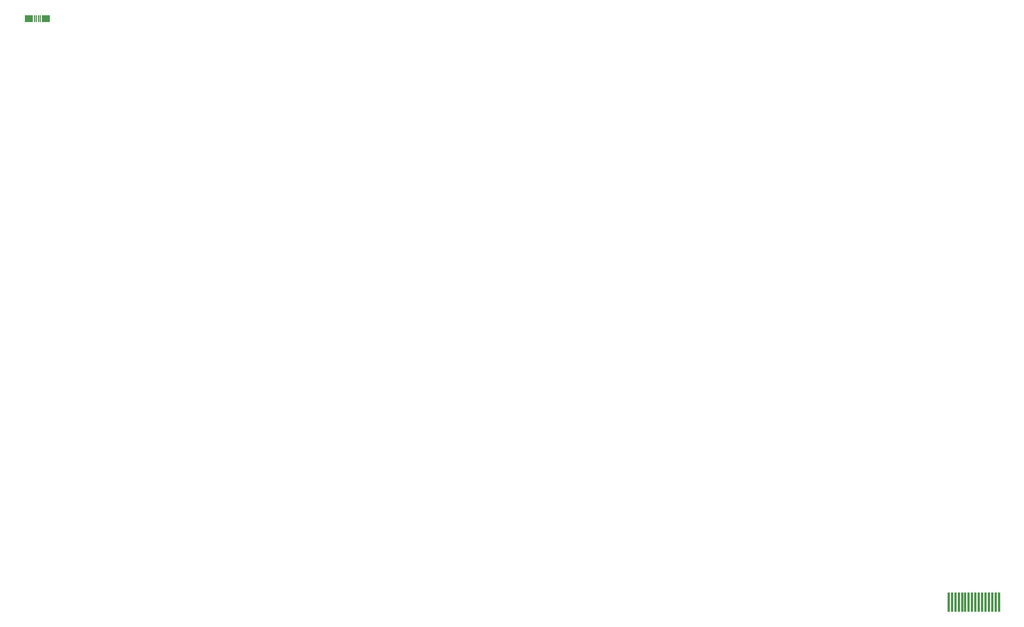
<source format=gbr>
%TF.GenerationSoftware,KiCad,Pcbnew,7.0.1*%
%TF.CreationDate,2023-04-10T11:15:14-05:00*%
%TF.ProjectId,flexible nao,666c6578-6962-46c6-9520-6e616f2e6b69,rev?*%
%TF.SameCoordinates,Original*%
%TF.FileFunction,Soldermask,Top*%
%TF.FilePolarity,Negative*%
%FSLAX46Y46*%
G04 Gerber Fmt 4.6, Leading zero omitted, Abs format (unit mm)*
G04 Created by KiCad (PCBNEW 7.0.1) date 2023-04-10 11:15:14*
%MOMM*%
%LPD*%
G01*
G04 APERTURE LIST*
%ADD10R,0.300000X3.000000*%
%ADD11R,1.300000X1.100000*%
%ADD12R,0.150000X1.100000*%
G04 APERTURE END LIST*
D10*
%TO.C,C1*%
X271225000Y-152900000D03*
X270725000Y-152900000D03*
X270225000Y-152900000D03*
X269725000Y-152900000D03*
X269225000Y-152900000D03*
X268725000Y-152900000D03*
X268225000Y-152900000D03*
X267725000Y-152900000D03*
X267225000Y-152900000D03*
X266725000Y-152900000D03*
X266225000Y-152900000D03*
X265725000Y-152900000D03*
X265225000Y-152900000D03*
X264725000Y-152900000D03*
X264225000Y-152900000D03*
X263725000Y-152900000D03*
%TD*%
D11*
%TO.C,C2*%
X128725000Y-65500000D03*
D12*
X127860000Y-65500000D03*
X127570000Y-65500000D03*
X127280000Y-65500000D03*
X126990000Y-65500000D03*
D11*
X126125000Y-65500000D03*
%TD*%
M02*

</source>
